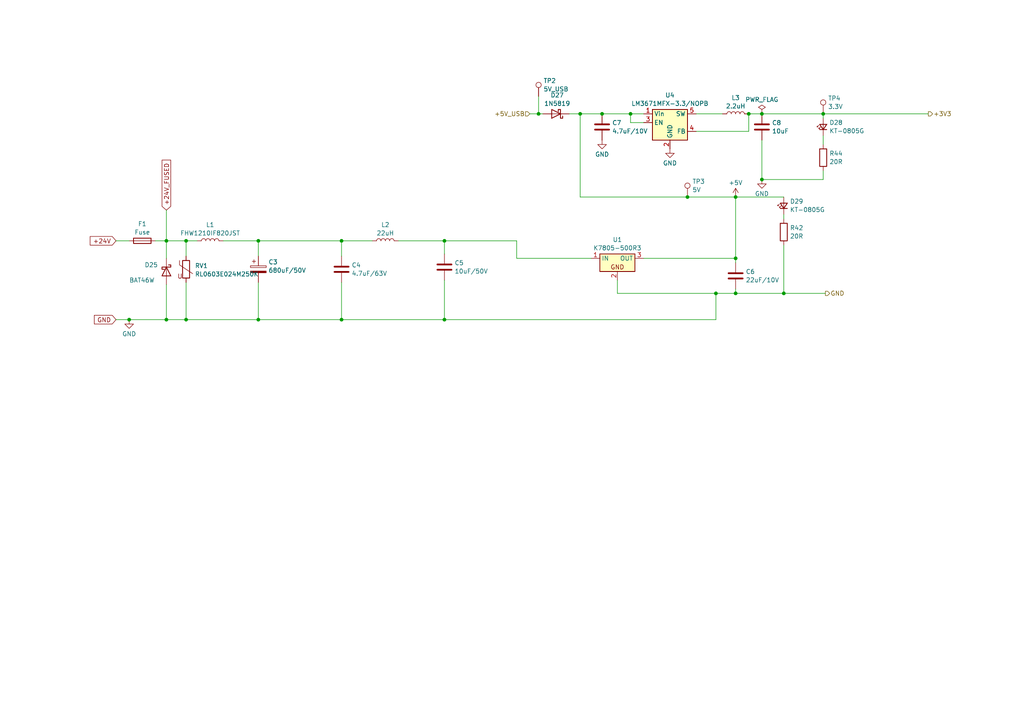
<source format=kicad_sch>
(kicad_sch (version 20231120) (generator "eeschema") (generator_version "8.0")
  (paper "A4")
  (lib_symbols
    (symbol "Capacitor_AKL:C_0805" (pin_numbers hide) (pin_names (offset 0.254))
      (property "Reference" "C" (at 0.635 2.54 0))
      (property "Value" "C_0805" (at 0.635 -2.54 0))
      (symbol "C_0805_0_1"
        (polyline (pts (xy -2.032 -0.762) (xy 2.032 -0.762)) (stroke (width 0.508)))
        (polyline (pts (xy -2.032 0.762) (xy 2.032 0.762)) (stroke (width 0.508)))
      )
      (symbol "C_0805_1_1"
        (pin passive line (at 0 3.81 270) (length 2.794) (name "~") (number "1"))
        (pin passive line (at 0 -3.81 90) (length 2.794) (name "~") (number "2"))
      )
    )
    (symbol "Connector:TestPoint" (pin_numbers hide) (pin_names (offset 0.762) hide)
      (property "Reference" "TP" (at 0 6.858 0))
      (property "Value" "TestPoint" (at 0 5.08 0))
      (symbol "TestPoint_0_1"
        (circle (center 0 3.302) (radius 0.762))
      )
      (symbol "TestPoint_1_1"
        (pin passive line (at 0 0 90) (length 2.54) (name "1") (number "1"))
      )
    )
    (symbol "Device:C" (pin_numbers hide) (pin_names (offset 0.254))
      (property "Reference" "C" (at 0.635 2.54 0))
      (property "Value" "C" (at 0.635 -2.54 0))
      (symbol "C_0_1"
        (polyline (pts (xy -2.032 -0.762) (xy 2.032 -0.762)) (stroke (width 0.508)))
        (polyline (pts (xy -2.032 0.762) (xy 2.032 0.762)) (stroke (width 0.508)))
      )
      (symbol "C_1_1"
        (pin passive line (at 0 3.81 270) (length 2.794) (name "~") (number "1"))
        (pin passive line (at 0 -3.81 90) (length 2.794) (name "~") (number "2"))
      )
    )
    (symbol "Device:C_Polarized" (pin_numbers hide) (pin_names (offset 0.254))
      (property "Reference" "C" (at 0.635 2.54 0))
      (property "Value" "C_Polarized" (at 0.635 -2.54 0))
      (symbol "C_Polarized_0_1"
        (rectangle (start -2.286 0.508) (end 2.286 1.016))
        (polyline (pts (xy -1.778 2.286) (xy -0.762 2.286)))
        (polyline (pts (xy -1.27 2.794) (xy -1.27 1.778)))
        (rectangle (start 2.286 -0.508) (end -2.286 -1.016) (fill (type outline)))
      )
      (symbol "C_Polarized_1_1"
        (pin passive line (at 0 3.81 270) (length 2.794) (name "~") (number "1"))
        (pin passive line (at 0 -3.81 90) (length 2.794) (name "~") (number "2"))
      )
    )
    (symbol "Device:D_Schottky" (pin_numbers hide) (pin_names (offset 1.016) hide)
      (property "Reference" "D" (at 0 2.54 0))
      (property "Value" "D_Schottky" (at 0 -2.54 0))
      (symbol "D_Schottky_0_1"
        (polyline (pts (xy 1.27 0) (xy -1.27 0)))
        (polyline (pts (xy 1.27 1.27) (xy 1.27 -1.27) (xy -1.27 0) (xy 1.27 1.27)) (stroke (width 0.254)))
        (polyline (pts (xy -1.905 0.635) (xy -1.905 1.27) (xy -1.27 1.27) (xy -1.27 -1.27) (xy -0.635 -1.27) (xy -0.635 -0.635)) (stroke (width 0.254)))
      )
      (symbol "D_Schottky_1_1"
        (pin passive line (at -3.81 0 0) (length 2.54) (name "K") (number "1"))
        (pin passive line (at 3.81 0 180) (length 2.54) (name "A") (number "2"))
      )
    )
    (symbol "Device:Fuse" (pin_numbers hide) (pin_names (offset 0))
      (property "Reference" "F" (at 2.032 0 90))
      (property "Value" "Fuse" (at -1.905 0 90))
      (symbol "Fuse_0_1"
        (rectangle (start -0.762 -2.54) (end 0.762 2.54) (stroke (width 0.254)))
        (polyline (pts (xy 0 2.54) (xy 0 -2.54)))
      )
      (symbol "Fuse_1_1"
        (pin passive line (at 0 3.81 270) (length 1.27) (name "~") (number "1"))
        (pin passive line (at 0 -3.81 90) (length 1.27) (name "~") (number "2"))
      )
    )
    (symbol "Device:L" (pin_numbers hide) (pin_names (offset 1.016) hide)
      (property "Reference" "L" (at -1.27 0 90))
      (property "Value" "L" (at 1.905 0 90))
      (symbol "L_0_1"
        (arc (start 0 -2.54) (mid 0.6323 -1.905) (end 0 -1.27))
        (arc (start 0 -1.27) (mid 0.6323 -0.635) (end 0 0))
        (arc (start 0 0) (mid 0.6323 0.635) (end 0 1.27))
        (arc (start 0 1.27) (mid 0.6323 1.905) (end 0 2.54))
      )
      (symbol "L_1_1"
        (pin passive line (at 0 3.81 270) (length 1.27) (name "1") (number "1"))
        (pin passive line (at 0 -3.81 90) (length 1.27) (name "2") (number "2"))
      )
    )
    (symbol "Device:LED_Small" (pin_numbers hide) (pin_names (offset 0.254) hide)
      (property "Reference" "D" (at -1.27 3.175 0))
      (property "Value" "LED_Small" (at -4.445 -2.54 0))
      (symbol "LED_Small_0_1"
        (polyline (pts (xy -0.762 -1.016) (xy -0.762 1.016)) (stroke (width 0.254)))
        (polyline (pts (xy 1.016 0) (xy -0.762 0)))
        (polyline (pts (xy 0.762 -1.016) (xy -0.762 0) (xy 0.762 1.016) (xy 0.762 -1.016)) (stroke (width 0.254)))
        (polyline (pts (xy 0 0.762) (xy -0.508 1.27) (xy -0.254 1.27) (xy -0.508 1.27) (xy -0.508 1.016)))
        (polyline (pts (xy 0.508 1.27) (xy 0 1.778) (xy 0.254 1.778) (xy 0 1.778) (xy 0 1.524)))
      )
      (symbol "LED_Small_1_1"
        (pin passive line (at -2.54 0 0) (length 1.778) (name "K") (number "1"))
        (pin passive line (at 2.54 0 180) (length 1.778) (name "A") (number "2"))
      )
    )
    (symbol "Device:R" (pin_numbers hide) (pin_names (offset 0))
      (property "Reference" "R" (at 2.032 0 90))
      (property "Value" "R" (at 0 0 90))
      (symbol "R_0_1"
        (rectangle (start -1.016 -2.54) (end 1.016 2.54) (stroke (width 0.254)))
      )
      (symbol "R_1_1"
        (pin passive line (at 0 3.81 270) (length 1.27) (name "~") (number "1"))
        (pin passive line (at 0 -3.81 90) (length 1.27) (name "~") (number "2"))
      )
    )
    (symbol "Device:Varistor" (pin_numbers hide) (pin_names (offset 0))
      (property "Reference" "RV" (at 3.175 0 90))
      (property "Value" "Varistor" (at -3.175 0 90))
      (symbol "Varistor_0_0"
        (text "U" (at -1.778 -2.032 0) (effects (font (size 1.27 1.27))))
      )
      (symbol "Varistor_0_1"
        (rectangle (start -1.016 -2.54) (end 1.016 2.54) (stroke (width 0.254)))
        (polyline (pts (xy -1.905 2.54) (xy -1.905 1.27) (xy 1.905 -1.27)))
      )
      (symbol "Varistor_1_1"
        (pin passive line (at 0 3.81 270) (length 1.27) (name "~") (number "1"))
        (pin passive line (at 0 -3.81 90) (length 1.27) (name "~") (number "2"))
      )
    )
    (symbol "Diode:1N5819" (pin_numbers hide) (pin_names (offset 1.016) hide)
      (property "Reference" "D" (at 0 2.54 0))
      (property "Value" "1N5819" (at 0 -2.54 0))
      (symbol "1N5819_0_1"
        (polyline (pts (xy 1.27 0) (xy -1.27 0)))
        (polyline (pts (xy 1.27 1.27) (xy 1.27 -1.27) (xy -1.27 0) (xy 1.27 1.27)) (stroke (width 0.254)))
        (polyline (pts (xy -1.905 0.635) (xy -1.905 1.27) (xy -1.27 1.27) (xy -1.27 -1.27) (xy -0.635 -1.27) (xy -0.635 -0.635)) (stroke (width 0.254)))
      )
      (symbol "1N5819_1_1"
        (pin passive line (at -3.81 0 0) (length 2.54) (name "K") (number "1"))
        (pin passive line (at 3.81 0 180) (length 2.54) (name "A") (number "2"))
      )
    )
    (symbol "PCM_Voltage_Regulator_AKL:LM7805CT"
      (property "Reference" "U" (at 0 6.35 0))
      (property "Value" "LM7805CT" (at 0 3.81 0))
      (symbol "LM7805CT_0_0"
        (rectangle (start -5.08 1.27) (end 5.08 -3.81) (stroke (width 0.254)) (fill (type background)))
        (text "GND" (at 0 -2.54 0) (effects (font (size 1.27 1.27))))
      )
      (symbol "LM7805CT_1_1"
        (pin power_in line (at -7.62 0 0) (length 2.54) (name "IN") (number "1"))
        (pin power_in line (at 0 -6.35 90) (length 2.54) (name "~") (number "2"))
        (pin power_out line (at 7.62 0 180) (length 2.54) (name "OUT") (number "3"))
      )
    )
    (symbol "Regulator_Switching:LM3670MF"
      (property "Reference" "U" (at -5.08 5.08 0))
      (property "Value" "LM3670MF" (at 0 5.08 0))
      (symbol "LM3670MF_0_1"
        (rectangle (start -5.08 3.81) (end 5.08 -5.08) (stroke (width 0.254)) (fill (type background)))
      )
      (symbol "LM3670MF_1_1"
        (pin power_in line (at -7.62 2.54 0) (length 2.54) (name "Vin") (number "1"))
        (pin power_in line (at 0 -7.62 90) (length 2.54) (name "GND") (number "2"))
        (pin input line (at -7.62 0 0) (length 2.54) (name "EN") (number "3"))
        (pin input line (at 7.62 -2.54 180) (length 2.54) (name "FB") (number "4"))
        (pin input line (at 7.62 2.54 180) (length 2.54) (name "SW") (number "5"))
      )
    )
    (symbol "power:+5V" (power) (pin_numbers hide) (pin_names (offset 0) hide)
      (property "Value" "+5V" (at 0 3.556 0))
      (symbol "+5V_0_1"
        (polyline (pts (xy -0.762 1.27) (xy 0 2.54)))
        (polyline (pts (xy 0 0) (xy 0 2.54)))
        (polyline (pts (xy 0 2.54) (xy 0.762 1.27)))
      )
      (symbol "+5V_1_1"
        (pin power_in line (at 0 0 90) (length 0) (name "~") (number "1"))
      )
    )
    (symbol "power:GND" (power) (pin_names (offset 0))
      (property "Value" "GND" (at 0 -3.81 0))
      (symbol "GND_0_1"
        (polyline (pts (xy 0 0) (xy 0 -1.27) (xy 1.27 -1.27) (xy 0 -2.54) (xy -1.27 -1.27) (xy 0 -1.27)))
      )
      (symbol "GND_1_1"
        (pin power_in line (at 0 0 270) (length 0) hide (name "GND") (number "1"))
      )
    )
    (symbol "power:PWR_FLAG" (power) (pin_numbers hide) (pin_names (offset 0) hide)
      (property "Value" "PWR_FLAG" (at 0 3.81 0))
      (symbol "PWR_FLAG_0_0"
        (pin power_out line (at 0 0 90) (length 0) (name "pwr") (number "1"))
      )
      (symbol "PWR_FLAG_0_1"
        (polyline (pts (xy 0 0) (xy 0 1.27) (xy -1.016 1.905) (xy 0 2.54) (xy 1.016 1.905) (xy 0 1.27)))
      )
    )
  )
  (junction (at 53.975 92.71))
  (junction (at 238.76 33.02))
  (junction (at 53.975 69.85))
  (junction (at 128.905 92.71))
  (junction (at 174.625 33.02))
  (junction (at 213.36 57.15))
  (junction (at 168.275 33.02))
  (junction (at 213.36 85.09))
  (junction (at 48.26 69.85))
  (junction (at 99.06 69.85))
  (junction (at 128.905 69.85))
  (junction (at 199.39 57.15))
  (junction (at 213.36 74.93))
  (junction (at 182.88 33.02))
  (junction (at 99.06 92.71))
  (junction (at 227.33 85.09))
  (junction (at 37.465 92.71))
  (junction (at 74.93 92.71))
  (junction (at 74.93 69.85))
  (junction (at 217.17 33.02))
  (junction (at 156.21 33.02))
  (junction (at 220.98 52.07))
  (junction (at 48.26 92.71))
  (junction (at 220.98 33.02))
  (junction (at 207.645 85.09))
  (wire (pts (xy 179.07 81.28) (xy 179.07 85.09)))
  (wire (pts (xy 74.93 92.71) (xy 99.06 92.71)))
  (wire (pts (xy 213.36 85.09) (xy 207.645 85.09)))
  (wire (pts (xy 53.975 69.85) (xy 53.975 74.295)))
  (wire (pts (xy 53.975 81.915) (xy 53.975 92.71)))
  (wire (pts (xy 74.93 69.85) (xy 99.06 69.85)))
  (wire (pts (xy 238.76 49.53) (xy 238.76 52.07)))
  (wire (pts (xy 186.69 35.56) (xy 182.88 35.56)))
  (wire (pts (xy 115.57 69.85) (xy 128.905 69.85)))
  (wire (pts (xy 213.36 74.93) (xy 213.36 57.15)))
  (wire (pts (xy 37.465 92.71) (xy 48.26 92.71)))
  (wire (pts (xy 128.905 81.28) (xy 128.905 92.71)))
  (wire (pts (xy 238.76 33.02) (xy 220.98 33.02)))
  (wire (pts (xy 99.06 69.85) (xy 107.95 69.85)))
  (wire (pts (xy 213.36 57.15) (xy 227.33 57.15)))
  (wire (pts (xy 186.69 74.93) (xy 213.36 74.93)))
  (wire (pts (xy 213.36 83.82) (xy 213.36 85.09)))
  (wire (pts (xy 182.88 35.56) (xy 182.88 33.02)))
  (wire (pts (xy 227.33 85.09) (xy 239.395 85.09)))
  (wire (pts (xy 53.975 92.71) (xy 74.93 92.71)))
  (wire (pts (xy 45.085 69.85) (xy 48.26 69.85)))
  (wire (pts (xy 149.86 69.85) (xy 149.86 74.93)))
  (wire (pts (xy 53.975 69.85) (xy 57.15 69.85)))
  (wire (pts (xy 74.93 69.85) (xy 74.93 74.295)))
  (wire (pts (xy 168.275 57.15) (xy 168.275 33.02)))
  (wire (pts (xy 128.905 69.85) (xy 128.905 73.66)))
  (wire (pts (xy 128.905 69.85) (xy 149.86 69.85)))
  (wire (pts (xy 156.21 33.02) (xy 157.48 33.02)))
  (wire (pts (xy 207.645 85.09) (xy 207.645 92.71)))
  (wire (pts (xy 165.1 33.02) (xy 168.275 33.02)))
  (wire (pts (xy 128.905 92.71) (xy 207.645 92.71)))
  (wire (pts (xy 199.39 57.15) (xy 213.36 57.15)))
  (wire (pts (xy 238.76 33.02) (xy 269.24 33.02)))
  (wire (pts (xy 153.67 33.02) (xy 156.21 33.02)))
  (wire (pts (xy 74.93 81.915) (xy 74.93 92.71)))
  (wire (pts (xy 217.17 38.1) (xy 217.17 33.02)))
  (wire (pts (xy 220.98 52.07) (xy 220.98 40.64)))
  (wire (pts (xy 99.06 81.915) (xy 99.06 92.71)))
  (wire (pts (xy 64.77 69.85) (xy 74.93 69.85)))
  (wire (pts (xy 48.26 60.96) (xy 48.26 69.85)))
  (wire (pts (xy 48.26 69.85) (xy 53.975 69.85)))
  (wire (pts (xy 33.655 92.71) (xy 37.465 92.71)))
  (wire (pts (xy 227.33 71.12) (xy 227.33 85.09)))
  (wire (pts (xy 213.36 85.09) (xy 227.33 85.09)))
  (wire (pts (xy 174.625 33.02) (xy 182.88 33.02)))
  (wire (pts (xy 48.26 82.55) (xy 48.26 92.71)))
  (wire (pts (xy 182.88 33.02) (xy 186.69 33.02)))
  (wire (pts (xy 99.06 92.71) (xy 128.905 92.71)))
  (wire (pts (xy 168.275 57.15) (xy 199.39 57.15)))
  (wire (pts (xy 213.36 74.93) (xy 213.36 76.2)))
  (wire (pts (xy 179.07 85.09) (xy 207.645 85.09)))
  (wire (pts (xy 168.275 33.02) (xy 174.625 33.02)))
  (wire (pts (xy 48.26 92.71) (xy 53.975 92.71)))
  (wire (pts (xy 149.86 74.93) (xy 171.45 74.93)))
  (wire (pts (xy 48.26 69.85) (xy 48.26 74.93)))
  (wire (pts (xy 99.06 69.85) (xy 99.06 74.295)))
  (wire (pts (xy 238.76 39.37) (xy 238.76 41.91)))
  (wire (pts (xy 227.33 62.23) (xy 227.33 63.5)))
  (wire (pts (xy 217.17 33.02) (xy 220.98 33.02)))
  (wire (pts (xy 238.76 52.07) (xy 220.98 52.07)))
  (wire (pts (xy 33.655 69.85) (xy 37.465 69.85)))
  (wire (pts (xy 201.93 38.1) (xy 217.17 38.1)))
  (wire (pts (xy 238.76 33.02) (xy 238.76 34.29)))
  (wire (pts (xy 156.21 27.94) (xy 156.21 33.02)))
  (wire (pts (xy 201.93 33.02) (xy 209.55 33.02)))
  (global_label "+24V" (shape input) (at 33.655 69.85 180) (property "Intersheetrefs" "${INTERSHEET_REFS}" (effects (hide yes))))
  (global_label "GND" (shape input) (at 33.655 92.71 180) (property "Intersheetrefs" "${INTERSHEET_REFS}" (effects (hide yes))))
  (global_label "+24V_FUSED" (shape input) (at 48.26 60.96 90) (property "Intersheetrefs" "${INTERSHEET_REFS}" (effects (hide yes))))
  (hierarchical_label "+3V3" (shape output) (at 269.24 33.02 0))
  (hierarchical_label "GND" (shape output) (at 239.395 85.09 0))
  (hierarchical_label "+5V_USB" (shape input) (at 153.67 33.02 180))
  (symbol (lib_id "Device:Fuse") (at 41.275 69.85 90) (unit 1)
    (property "Reference" "F1" (at 41.275 64.9437 90))
    (property "Value" "Fuse" (at 41.275 67.3679 90))
    (property "Footprint" "My Footprints:FUSE-TH_L24.4-W9.4-P22.60" (effects (hide yes)))
    (property "LCSC Part #" "C717030" (effects (hide yes)))
  )
  (symbol (lib_id "Device:C_Polarized") (at 74.93 78.105 0) (unit 1)
    (property "Reference" "C3" (at 77.851 76.0038 0) (effects (justify left)))
    (property "Value" "680uF/50V" (at 77.851 78.4281 0) (effects (justify left)))
    (property "Footprint" "My Footprints:CAP-SMD_BD12.5-L13.0-W13.0-LS14.4-FD" (effects (hide yes)))
    (property "Datasheet" "https://www.lcsc.com/datasheet/lcsc_datasheet_2407291544_FOLLON-EFVH050ADA681M16H0_C33129622.pdf" (effects (hide yes)))
    (property "Description" "VZH681M1JTR-1816" (effects (hide yes)))
    (property "LCSC Part #" "C487372" (effects (hide yes)))
  )
  (symbol (lib_id "Device:D_Schottky") (at 48.26 78.74 270) (unit 1)
    (property "Reference" "D25" (at 41.91 76.835 90) (effects (justify left)))
    (property "Value" "BAT46W" (at 37.465 81.28 90) (effects (justify left)))
    (property "Footprint" "Diode_SMD:D_SOD-123" (effects (hide yes)))
    (property "LCSC Part #" "C7420332" (effects (hide yes)))
  )
  (symbol (lib_id "Device:R") (at 227.33 67.31 180) (unit 1)
    (property "Reference" "R42" (at 229.108 66.0978 0) (effects (justify right)))
    (property "Value" "20R" (at 229.108 68.5221 0) (effects (justify right)))
    (property "Footprint" "Resistor_SMD:R_0805_2012Metric" (effects (hide yes)))
    (property "LCSC Part #" "C17659" (effects (hide yes)))
  )
  (symbol (lib_id "Capacitor_AKL:C_0805") (at 174.625 36.83 0) (unit 1)
    (property "Reference" "C7" (at 177.546 35.6179 0) (effects (justify left)))
    (property "Value" "4.7uF/10V" (at 177.546 38.0421 0) (effects (justify left)))
    (property "Footprint" "Capacitor_SMD:C_0402_1005Metric" (effects (hide yes)))
    (property "LCSC Part #" "C23733" (effects (hide yes)))
  )
  (symbol (lib_id "Device:C") (at 128.905 77.47 0) (unit 1)
    (property "Reference" "C5" (at 131.826 76.2579 0) (effects (justify left)))
    (property "Value" "10uF/50V" (at 131.826 78.6821 0) (effects (justify left)))
    (property "Footprint" "Capacitor_SMD_AKL:C_1206_3216Metric" (effects (hide yes)))
    (property "Description" "SS1H100M-CRE45" (effects (hide yes)))
    (property "LCSC Part #" "C13585" (effects (hide yes)))
  )
  (symbol (lib_id "Connector:TestPoint") (at 199.39 57.15 0) (unit 1)
    (property "Reference" "TP3" (at 200.787 52.6358 0) (effects (justify left)))
    (property "Value" "5V" (at 200.787 55.0601 0) (effects (justify left)))
    (property "Footprint" "TestPoint:TestPoint_Pad_D2.0mm" (effects (hide yes)))
    (property "Description" "test point" (effects (hide yes)))
  )
  (symbol (lib_id "Device:LED_Small") (at 227.33 59.69 90) (unit 1)
    (property "Reference" "D29" (at 229.108 58.4143 90) (effects (justify right)))
    (property "Value" "KT-0805G" (at 229.108 60.8386 90) (effects (justify right)))
    (property "Footprint" "LED_SMD:LED_0805_2012Metric" (effects (hide yes)))
    (property "Description" "Light emitting diode, small symbol" (effects (hide yes)))
    (property "LCSC Part #" "C2297" (effects (hide yes)))
  )
  (symbol (lib_id "Device:R") (at 238.76 45.72 180) (unit 1)
    (property "Reference" "R44" (at 240.538 44.5078 0) (effects (justify right)))
    (property "Value" "20R" (at 240.538 46.9321 0) (effects (justify right)))
    (property "Footprint" "Resistor_SMD:R_0805_2012Metric" (effects (hide yes)))
    (property "LCSC Part #" "C17659" (effects (hide yes)))
  )
  (symbol (lib_id "power:GND") (at 194.31 43.18 0) (unit 1)
    (property "Reference" "#PWR013" (effects (hide yes)))
    (property "Value" "GND" (at 194.31 47.3131 0))
  )
  (symbol (lib_id "power:GND") (at 220.98 52.07 0) (unit 1)
    (property "Reference" "#PWR015" (effects (hide yes)))
    (property "Value" "GND" (at 220.98 56.2031 0))
  )
  (symbol (lib_id "Device:LED_Small") (at 238.76 36.83 90) (unit 1)
    (property "Reference" "D28" (at 240.538 35.5543 90) (effects (justify right)))
    (property "Value" "KT-0805G" (at 240.538 37.9786 90) (effects (justify right)))
    (property "Footprint" "LED_SMD:LED_0805_2012Metric" (effects (hide yes)))
    (property "Description" "Light emitting diode, small symbol" (effects (hide yes)))
    (property "LCSC Part #" "C2297" (effects (hide yes)))
  )
  (symbol (lib_id "power:PWR_FLAG") (at 220.98 33.02 0) (unit 1)
    (property "Reference" "#FLG02" (effects (hide yes)))
    (property "Value" "PWR_FLAG" (at 220.98 28.8869 0))
  )
  (symbol (lib_id "Device:C") (at 213.36 80.01 0) (unit 1)
    (property "Reference" "C6" (at 216.281 78.7979 0) (effects (justify left)))
    (property "Value" "22uF/10V" (at 216.281 81.2221 0) (effects (justify left)))
    (property "Footprint" "Capacitor_SMD:C_1206_3216Metric" (effects (hide yes)))
    (property "Description" "EFVH010ADA220M0554" (effects (hide yes)))
    (property "LCSC Part #" "C5672" (effects (hide yes)))
  )
  (symbol (lib_id "Device:L") (at 213.36 33.02 90) (unit 1)
    (property "Reference" "L3" (at 213.36 28.3704 90))
    (property "Value" "2.2uH" (at 213.36 30.7946 90))
    (property "Footprint" "Ferrite_SMD_AKL:Ferrite_1206_3216Metric" (effects (hide yes)))
    (property "LCSC Part #" "C139249" (effects (hide yes)))
  )
  (symbol (lib_id "Device:Varistor") (at 53.975 78.105 0) (unit 1)
    (property "Reference" "RV1" (at 56.515 77.0862 0) (effects (justify left)))
    (property "Value" "RL0603E024M250K" (at 56.515 79.5104 0) (effects (justify left)))
    (property "Footprint" "Diode_SMD_AKL:D_0603_1608Metric" (effects (hide yes)))
    (property "Sim.Name" "kicad_builtin_varistor" (effects (hide yes)))
    (property "Sim.Device" "SUBCKT" (effects (hide yes)))
    (property "Sim.Pins" "1=A 2=B" (effects (hide yes)))
    (property "Sim.Params" "threshold=1k" (effects (hide yes)))
    (property "Sim.Library" "${KICAD7_SYMBOL_DIR}/Simulation_SPICE.sp" (effects (hide yes)))
    (property "LCSC Part #" "LCSC Part #" (effects (hide yes)))
  )
  (symbol (lib_id "Device:L") (at 111.76 69.85 90) (unit 1)
    (property "Reference" "L2" (at 111.76 65.2004 90))
    (property "Value" "22uH" (at 111.76 67.6246 90))
    (property "Footprint" "Inductor_SMD:L_0603_1608Metric" (effects (hide yes)))
    (property "LCSC Part #" "C6808015" (effects (hide yes)))
  )
  (symbol (lib_id "power:GND") (at 174.625 40.64 0) (unit 1)
    (property "Reference" "#PWR012" (effects (hide yes)))
    (property "Value" "GND" (at 174.625 44.7731 0))
  )
  (symbol (lib_id "PCM_Voltage_Regulator_AKL:LM7805CT") (at 179.07 74.93 0) (unit 1)
    (property "Reference" "U1" (at 179.07 69.5155 0))
    (property "Value" "K7805-500R3" (at 179.07 71.9398 0))
    (property "Footprint" "My Footprints:PWRM-TH_K78XX-500R3" (effects (hide yes)))
    (property "Datasheet" "https://datasheet.octopart.com/LM7805CT-Fairchild-datasheet-5337151.pdf" (effects (hide yes)))
    (property "Description" "TO-220 5V 1A 3-terminal voltage regulator, Alternate KiCad Library" (effects (hide yes)))
    (property "LCSC Part #" "C909662" (effects (hide yes)))
  )
  (symbol (lib_id "power:+5V") (at 213.36 57.15 0) (unit 1)
    (property "Reference" "#PWR014" (effects (hide yes)))
    (property "Value" "+5V" (at 213.36 53.0169 0))
    (property "Description" "Power symbol creates a global label with name \"+5V\"" (effects (hide yes)))
  )
  (symbol (lib_id "Capacitor_AKL:C_0805") (at 220.98 36.83 0) (unit 1)
    (property "Reference" "C8" (at 223.901 35.6179 0) (effects (justify left)))
    (property "Value" "10uF" (at 223.901 38.0421 0) (effects (justify left)))
    (property "Footprint" "Capacitor_SMD:C_0603_1608Metric" (effects (hide yes)))
    (property "LCSC Part #" "C19702" (effects (hide yes)))
  )
  (symbol (lib_id "Connector:TestPoint") (at 156.21 27.94 0) (unit 1)
    (property "Reference" "TP2" (at 157.607 23.4258 0) (effects (justify left)))
    (property "Value" "5V_USB" (at 157.607 25.8501 0) (effects (justify left)))
    (property "Footprint" "TestPoint:TestPoint_Pad_D2.0mm" (effects (hide yes)))
    (property "Description" "test point" (effects (hide yes)))
  )
  (symbol (lib_id "Device:C") (at 99.06 78.105 0) (unit 1)
    (property "Reference" "C4" (at 101.981 76.8929 0) (effects (justify left)))
    (property "Value" "4.7uF/63V" (at 101.981 79.3171 0) (effects (justify left)))
    (property "Footprint" "Capacitor_SMD_AKL:C_1206_3216Metric" (effects (hide yes)))
    (property "LCSC Part #" "C29823" (effects (hide yes)))
  )
  (symbol (lib_id "Diode:1N5819") (at 161.29 33.02 180) (unit 1)
    (property "Reference" "D27" (at 161.6075 27.6057 0))
    (property "Value" "1N5819" (at 161.6075 30.0299 0))
    (property "Footprint" "Diode_SMD:D_SOD-123" (effects (hide yes)))
    (property "Datasheet" "http://www.vishay.com/docs/88525/1n5817.pdf" (effects (hide yes)))
    (property "JLCPCB Part #" "C3033976" (effects (hide yes)))
    (property "LCSC Part #" "C3033976 " (effects (hide yes)))
  )
  (symbol (lib_id "Device:L") (at 60.96 69.85 90) (unit 1)
    (property "Reference" "L1" (at 60.96 65.2004 90))
    (property "Value" "FHW1210IF820JST" (at 60.96 67.6246 90))
    (property "Footprint" "Inductor_SMD:L_1210_3225Metric" (effects (hide yes)))
    (property "LCSC Part #" "C394099" (effects (hide yes)))
  )
  (symbol (lib_id "power:GND") (at 37.465 92.71 0) (unit 1)
    (property "Reference" "#PWR011" (effects (hide yes)))
    (property "Value" "GND" (at 37.465 96.8431 0))
  )
  (symbol (lib_id "Connector:TestPoint") (at 238.76 33.02 0) (unit 1)
    (property "Reference" "TP4" (at 240.157 28.5058 0) (effects (justify left)))
    (property "Value" "3.3V" (at 240.157 30.9301 0) (effects (justify left)))
    (property "Footprint" "TestPoint:TestPoint_Pad_D2.0mm" (effects (hide yes)))
    (property "Description" "test point" (effects (hide yes)))
  )
  (symbol (lib_id "Regulator_Switching:LM3670MF") (at 194.31 35.56 0) (unit 1)
    (property "Reference" "U4" (at 194.31 27.6057 0))
    (property "Value" "LM3671MFX-3.3/NOPB" (at 194.31 30.0299 0))
    (property "Footprint" "Package_TO_SOT_SMD:TSOT-23-5" (effects (hide yes)))
    (property "Datasheet" "http://www.ti.com/lit/ds/symlink/lm3670.pdf" (effects (hide yes)))
    (property "LCSC Part #" "C477918" (effects (hide yes)))
  )
)
</source>
